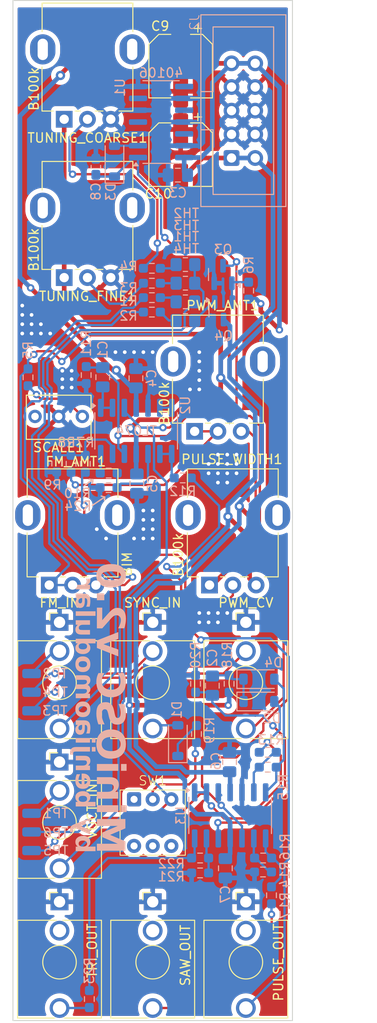
<source format=kicad_pcb>
(kicad_pcb (version 20240108) (generator "pcbnew") (generator_version "8.0")
  (title_block (title "MiniOSC") (rev "v2.0") (company "benjiaomodular"))
  (layers (0 "F.Cu" signal) (31 "B.Cu" signal) (34 "B.Paste" user) (35 "F.Paste" user) (36 "B.SilkS" user "B.Silkscreen") (37 "F.SilkS" user "F.Silkscreen") (38 "B.Mask" user) (39 "F.Mask" user) (44 "Edge.Cuts" user))
  (net 0 "")
  (net 1 "Net-(U2A--)")
  (net 2 "Net-(D2-K)")
  (net 3 "GND")
  (net 4 "+12V")
  (net 5 "-12V")
  (net 6 "Net-(D3-K)")
  (net 7 "Net-(D2-A)")
  (net 8 "Net-(D3-A)")
  (net 9 "Net-(D4-A)")
  (net 10 "Net-(D1-A)")
  (net 11 "Net-(FM_AMT1-Pad3)")
  (net 12 "Net-(J9-PadT)")
  (net 13 "Net-(J9-PadTN)")
  (net 14 "Net-(D1-K)")
  (net 15 "Net-(J11-PadTN)")
  (net 16 "Net-(J11-PadT)")
  (net 17 "Net-(J12-PadT)")
  (net 19 "Net-(J13-PadT)")
  (net 22 "Net-(J14-PadT)")
  (net 23 "Net-(PULSE_WIDTH1-Pad2)")
  (net 24 "Net-(PWM_AMT1-Pad1)")
  (net 25 "Net-(R1-Pad1)")
  (net 26 "Net-(R2-Pad1)")
  (net 27 "Net-(R3-Pad2)")
  (net 28 "Net-(R3-Pad1)")
  (net 29 "Net-(R4-Pad2)")
  (net 30 "Net-(R4-Pad1)")
  (net 31 "Net-(R5-Pad1)")
  (net 32 "Net-(U2C--)")
  (net 33 "Net-(U2D-+)")
  (net 34 "Net-(R10-Pad2)")
  (net 35 "Net-(U2D--)")
  (net 36 "Net-(U3B--)")
  (net 37 "Net-(R16-Pad2)")
  (net 38 "Net-(U3D--)")
  (net 39 "Net-(R22-Pad2)")
  (net 45 "Net-(U3D-+)")
  (net 46 "Net-(Q3-B)")
  (net 47 "Net-(Q4-B)")
  (net 48 "Net-(J1-PadTN)")
  (net 49 "Net-(J10-PadT)")
  (net 50 "Net-(SW1A-B)")
  (net 55 "Net-(J10-PadTN)")
  (net 56 "Net-(U2C-+)")
  (net 57 "Net-(U3C--)")
  (net 58 "Net-(U2B--)")
  (footprint "benjiaomodular:Potentiometer_RV09" (layer "F.Cu") (at 180.5 62 90)
    (property "Reference" "TUNING_COARSE1")
    (property "Value" "B100k")
  )
  (footprint "benjiaomodular:Button_KFC7x7" (layer "F.Cu") (at 190 137.5)
    (property "Reference" "SW1")
    (property "Value" "SW_DPDT_x2")
  )
  (footprint "benjiaomodular:AudioJack_3.5mm" (layer "F.Cu") (at 200 146)
    (property "Reference" "J14" (hide yes))
    (property "Value" "PULSE_OUT")
  )
  (footprint "Capacitor_SMD:CP_Elec_6.3x4.5" (layer "F.Cu") (at 193 65.8 -90)
    (property "Reference" "C10")
    (property "Value" "22uF")
  )
  (footprint "benjiaomodular:AudioJack_3.5mm" (layer "F.Cu") (at 180 146)
    (property "Reference" "J12" (hide yes))
    (property "Value" "TRI_OUT")
  )
  (footprint "benjiaomodular:Potentiometer_RV09" (layer "F.Cu") (at 178.9 112 90)
    (property "Reference" "FM_AMT1")
    (property "Value" "BIM")
  )
  (footprint "benjiaomodular:AudioJack_3.5mm" (layer "F.Cu") (at 200 116)
    (property "Reference" "J11" (hide yes))
    (property "Value" "PWM_CV")
  )
  (footprint "benjiaomodular:AudioJack_3.5mm" (layer "F.Cu") (at 180 131)
    (property "Reference" "J9" (hide yes))
    (property "Value" "VOCT_IN")
  )
  (footprint "benjiaomodular:Potentiometer_RV09" (layer "F.Cu") (at 196.1 112 90)
    (property "Reference" "PULSE_WIDTH1")
    (property "Value" "B100k")
  )
  (footprint "benjiaomodular:AudioJack_3.5mm" (layer "F.Cu") (at 190 116)
    (property "Reference" "J1" (hide yes))
    (property "Value" "SYNC_IN")
  )
  (footprint "benjiaomodular:Potentiometer_RV09" (layer "F.Cu") (at 180.5 79 90)
    (property "Reference" "TUNING_FINE1")
    (property "Value" "B100k")
  )
  (footprint "benjiaomodular:Potentiometer_RV09" (layer "F.Cu") (at 194.5 95.5 90)
    (property "Reference" "PWM_AMT1")
    (property "Value" "B100k")
  )
  (footprint "benjiaomodular:AudioJack_3.5mm" (layer "F.Cu") (at 190 146)
    (property "Reference" "J13" (hide yes))
    (property "Value" "SAW_OUT")
  )
  (footprint "Potentiometer_THT:Potentiometer_Bourns_3266Y_Vertical" (layer "F.Cu") (at 182.45 93.9)
    (property "Reference" "SCALE1")
    (property "Value" "B1k")
  )
  (footprint "Capacitor_SMD:CP_Elec_6.3x4.5" (layer "F.Cu") (at 193 56.3 -90)
    (property "Reference" "C9")
    (property "Value" "22uF")
  )
  (footprint "benjiaomodular:AudioJack_3.5mm" (layer "F.Cu") (at 180 116)
    (property "Reference" "J10" (hide yes))
    (property "Value" "FM_IN")
  )
  (footprint "Diode_SMD:D_SOD-123" (layer "B.Cu") (at 201.4 124.5)
    (property "Reference" "D2")
    (property "Value" "1N4148W")
  )
  (footprint "Diode_SMD:D_SOD-123" (layer "B.Cu") (at 192.7 128.7 90)
    (property "Reference" "D1")
    (property "Value" "1N4148W")
  )
  (footprint "Connector_Wire:SolderWirePad_1x01_SMD_1x2mm" (layer "B.Cu") (at 177 123.5 90)
    (property "Reference" "TP4")
    (property "Value" "TestPoint")
  )
  (footprint "Resistor_SMD:R_0603_1608Metric_Pad0.98x0.95mm_HandSolder" (layer "B.Cu") (at 182.86 89.46 90)
    (property "Reference" "R11")
    (property "Value" "100k")
  )
  (footprint "Resistor_SMD:R_0603_1608Metric_Pad0.98x0.95mm_HandSolder" (layer "B.Cu") (at 198.2 122.6 90)
    (property "Reference" "R18")
    (property "Value" "20k")
  )
  (footprint "Connector_Wire:SolderWirePad_1x01_SMD_1x2mm" (layer "B.Cu") (at 177 125.5 90)
    (property "Reference" "TP3")
    (property "Value" "TestPoint")
  )
  (footprint "Resistor_SMD:R_0805_2012Metric_Pad1.20x1.40mm_HandSolder" (layer "B.Cu") (at 193.5125 77.6 180)
    (property "Reference" "TH2")
    (property "Value" "10K NTC")
  )
  (footprint "Resistor_SMD:R_0603_1608Metric_Pad0.98x0.95mm_HandSolder" (layer "B.Cu") (at 179.7 98.95 -90)
    (property "Reference" "R9")
    (property "Value" "10k")
  )
  (footprint "Package_SO:SOIC-14_3.9x8.7mm_P1.27mm" (layer "B.Cu") (at 198.3125 136.725 -90)
    (property "Reference" "U3")
    (property "Value" "TL074")
  )
  (footprint "Resistor_SMD:R_0603_1608Metric_Pad0.98x0.95mm_HandSolder" (layer "B.Cu") (at 193.2225 100.5)
    (property "Reference" "R12")
    (property "Value" "1k")
  )
  (footprint "Resistor_SMD:R_0603_1608Metric_Pad0.98x0.95mm_HandSolder" (layer "B.Cu") (at 183.2 156.4375 -90)
    (property "Reference" "R23")
    (property "Value" "1k")
  )
  (footprint "Capacitor_SMD:C_0603_1608Metric_Pad1.08x0.95mm_HandSolder" (layer "B.Cu") (at 183.9 67.1 90)
    (property "Reference" "C8")
    (property "Value" "2.2nF")
  )
  (footprint "Resistor_SMD:R_0603_1608Metric_Pad0.98x0.95mm_HandSolder" (layer "B.Cu") (at 185.26 101.54 180)
    (property "Reference" "R24")
    (property "Value" "68k")
  )
  (footprint "Diode_SMD:D_SOD-123" (layer "B.Cu") (at 185.9 66.5 90)
    (property "Reference" "D3")
    (property "Value" "1N4148W")
  )
  (footprint "Capacitor_SMD:C_0805_2012Metric_Pad1.18x1.45mm_HandSolder" (layer "B.Cu") (at 196.4 122.8 -90)
    (property "Reference" "C2")
    (property "Value" "1uF")
  )
  (footprint "Resistor_SMD:R_0603_1608Metric_Pad0.98x0.95mm_HandSolder" (layer "B.Cu") (at 189.9125 82.7 180)
    (property "Reference" "R2")
    (property "Value" "100k")
  )
  (footprint "Connector_Wire:SolderWirePad_1x01_SMD_1x2mm" (layer "B.Cu") (at 177 121.5 90)
    (property "Reference" "TP2")
    (property "Value" "TestPoint")
  )
  (footprint "Resistor_SMD:R_0603_1608Metric_Pad0.98x0.95mm_HandSolder" (layer "B.Cu") (at 194.6 122.6 -90)
    (property "Reference" "R20")
    (property "Value" "200k")
  )
  (footprint "Connector_Wire:SolderWirePad_1x01_SMD_1x2mm" (layer "B.Cu") (at 177 140.5 90)
    (property "Reference" "TP5")
    (property "Value" "TestPoint")
  )
  (footprint "Resistor_SMD:R_0603_1608Metric_Pad0.98x0.95mm_HandSolder" (layer "B.Cu") (at 182.77 98.98 -90)
    (property "Reference" "R7")
    (property "Value" "100k")
  )
  (footprint "Connector_Wire:SolderWirePad_1x01_SMD_1x2mm" (layer "B.Cu") (at 177 138.5 90)
    (property "Reference" "TP6")
    (property "Value" "TestPoint")
  )
  (footprint "Resistor_SMD:R_0603_1608Metric_Pad0.98x0.95mm_HandSolder" (layer "B.Cu") (at 181.24 98.98 -90)
    (property "Reference" "R8")
    (property "Value" "20k")
  )
  (footprint "Resistor_SMD:R_0805_2012Metric_Pad1.20x1.40mm_HandSolder" (layer "B.Cu") (at 193.5125 83.6 180)
    (property "Reference" "TH4")
    (property "Value" "10K NTC")
  )
  (footprint "Capacitor_SMD:C_0805_2012Metric_Pad1.18x1.45mm_HandSolder" (layer "B.Cu") (at 197.8 142.4 90)
    (property "Reference" "C7")
    (property "Value" "100nF")
  )
  (footprint "Resistor_SMD:R_0603_1608Metric_Pad0.98x0.95mm_HandSolder" (layer "B.Cu") (at 189.9125 81.15 180)
    (property "Reference" "R1")
    (property "Value" "100k")
  )
  (footprint "Resistor_SMD:R_0603_1608Metric_Pad0.98x0.95mm_HandSolder" (layer "B.Cu") (at 176.62 89.7025 90)
    (property "Reference" "R5")
    (property "Value" "1K5")
  )
  (footprint "Connector_Wire:SolderWirePad_1x01_SMD_1x2mm" (layer "B.Cu") (at 177 136.5 90)
    (property "Reference" "TP1")
    (property "Value" "TestPoint")
  )
  (footprint "Capacitor_SMD:C_0805_2012Metric_Pad1.18x1.45mm_HandSolder" (layer "B.Cu") (at 188.2 89.8 90)
    (property "Reference" "C4")
    (property "Value" "100nF")
  )
  (footprint "Resistor_SMD:R_0603_1608Metric_Pad0.98x0.95mm_HandSolder" (layer "B.Cu") (at 202.75 145.3 -90)
    (property "Reference" "R17")
    (property "Value" "1k")
  )
  (footprint "Capacitor_SMD:C_0805_2012Metric_Pad1.18x1.45mm_HandSolder" (layer "B.Cu") (at 192.7 68 180)
    (property "Reference" "C3")
    (property "Value" "100nF")
  )
  (footprint "Resistor_SMD:R_0603_1608Metric_Pad0.98x0.95mm_HandSolder" (layer "B.Cu") (at 202.35 129.95 180)
    (property "Reference" "R13")
    (property "Value" "10k")
  )
  (footprint "Package_TO_SOT_SMD:SOT-23" (layer "B.Cu") (at 197.55 78.6625 90)
    (property "Reference" "Q3")
    (property "Value" "BC848")
  )
  (footprint "Resistor_SMD:R_0603_1608Metric_Pad0.98x0.95mm_HandSolder" (layer "B.Cu") (at 202.35 131.55 180)
    (property "Reference" "R15")
    (property "Value" "10k")
  )
  (footprint "Package_SO:SOIC-14_3.9x8.7mm_P1.27mm" (layer "B.Cu") (at 188.2275 95.45 -90)
    (property "Reference" "U2")
    (property "Value" "TL074")
  )
  (footprint "Resistor_SMD:R_0603_1608Metric_Pad0.98x0.95mm_HandSolder" (layer "B.Cu") (at 201.8375 142.8 180)
    (property "Reference" "R14")
    (property "Value" "33k")
  )
  (footprint "Resistor_SMD:R_0603_1608Metric_Pad0.98x0.95mm_HandSolder" (layer "B.Cu") (at 194.7 127.9875 90)
    (property "Reference" "R19")
    (property "Value" "1k")
  )
  (footprint "Resistor_SMD:R_0603_1608Metric_Pad0.98x0.95mm_HandSolder" (layer "B.Cu") (at 185.28 99.98 180)
    (property "Reference" "R10")
    (property "Value" "100k")
  )
  (footprint "Capacitor_SMD:C_0805_2012Metric_Pad1.18x1.45mm_HandSolder" (layer "B.Cu") (at 184.64 89.69 90)
    (property "Reference" "C1")
    (property "Value" "1uF")
  )
  (footprint "benjiaomodular:Header_IDC2x05_NoArrow" (layer "B.Cu") (at 198.46 66.16)
    (property "Reference" "J2")
    (property "Value" "Conn_01x10_Pin")
  )
  (footprint "Resistor_SMD:R_0603_1608Metric_Pad0.98x0.95mm_HandSolder" (layer "B.Cu") (at 195.0875 142.9 180)
    (property "Reference" "R21")
    (property "Value" "10k")
  )
  (footprint "Package_TO_SOT_SMD:SOT-23" (layer "B.Cu") (at 197.6 82.5625 -90)
    (property "Reference" "Q4")
    (property "Value" "BC858")
  )
  (footprint "Resistor_SMD:R_0603_1608Metric_Pad0.98x0.95mm_HandSolder" (layer "B.Cu") (at 189.9125 79.6 180)
    (property "Reference" "R3")
    (property "Value" "1M")
  )
  (footprint "Package_SO:SOIC-14_3.9x8.7mm_P1.27mm" (layer "B.Cu") (at 190.9 62.3)
    (property "Reference" "U1")
    (property "Value" "40106")
  )
  (footprint "Resistor_SMD:R_0603_1608Metric_Pad0.98x0.95mm_HandSolder" (layer "B.Cu") (at 201.85 141.3)
    (property "Reference" "R16")
    (property "Value" "100k")
  )
  (footprint "Resistor_SMD:R_0603_1608Metric_Pad0.98x0.95mm_HandSolder" (layer "B.Cu") (at 195.0875 141.3 180)
    (property "Reference" "R22")
    (property "Value" "100k")
  )
  (footprint "Resistor_SMD:R_0603_1608Metric_Pad0.98x0.95mm_HandSolder" (layer "B.Cu") (at 189.9125 78 180)
    (property "Reference" "R4")
    (property "Value" "100k")
  )
  (footprint "Capacitor_SMD:C_0805_2012Metric_Pad1.18x1.45mm_HandSolder" (layer "B.Cu") (at 188.3 101.11 90)
    (property "Reference" "C5")
    (property "Value" "100nF")
  )
  (footprint "Resistor_SMD:R_0603_1608Metric_Pad0.98x0.95mm_HandSolder" (layer "B.Cu") (at 200.3 80.4 -90)
    (property "Reference" "R6")
    (property "Value" "1M")
  )
  (footprint "Capacitor_SMD:C_0805_2012Metric_Pad1.18x1.45mm_HandSolder" (layer "B.Cu") (at 198.25 131 90)
    (property "Reference" "C6")
    (property "Value" "100nF")
  )
  (footprint "Resistor_SMD:R_0805_2012Metric_Pad1.20x1.40mm_HandSolder" (layer "B.Cu") (at 193.5125 81.6 180)
    (property "Reference" "TH1")
    (property "Value" "10K NTC")
  )
  (footprint "Diode_SMD:D_SOD-123" (layer "B.Cu") (at 201.4 122.1)
    (property "Reference" "D4")
    (property "Value" "1N4148W")
  )
  (footprint "Resistor_SMD:R_0805_2012Metric_Pad1.20x1.40mm_HandSolder" (layer "B.Cu") (at 193.5125 79.6 180)
    (property "Reference" "TH3")
    (property "Value" "10K NTC")
  )
  (gr_line (start 183.575 100.675) (end 183.175 100.65) (stroke (width 0.15)) (layer "B.SilkS"))
  (gr_line (start 184.825 102.875) (end 184.85 102.55) (stroke (width 0.15)) (layer "B.SilkS"))
  (gr_line (start 183.55 101.025) (end 183.575 100.675) (stroke (width 0.15)) (layer "B.SilkS"))
  (gr_line (start 184.85 102.55) (end 184.825 102.875) (stroke (width 0.15)) (layer "B.SilkS"))
  (gr_line (start 183.575 100.675) (end 182.675 101.325) (stroke (width 0.15)) (layer "B.SilkS"))
  (gr_line (start 184.85 102.55) (end 183.525 103.45) (stroke (width 0.15)) (layer "B.SilkS"))
  (gr_line (start 183.575 100.675) (end 183.55 101.025) (stroke (width 0.15)) (layer "B.SilkS"))
  (gr_line (start 184.85 102.55) (end 184.475 102.45) (stroke (width 0.15)) (layer "B.SilkS"))
  (gr_rect (start 175 49.25) (end 205 158.75) (stroke (width 0.1)) (fill none) (layer "Edge.Cuts"))
  (gr_text "by benjiaomodular" (at 181.4 140.8 -90) (layer "B.SilkS") (effects (font (size 2 2) (thickness 0.4) (bold yes)) (justify left bottom mirror)))
  (gr_text "MiniOSC v2.0" (at 183.5 140.9 270) (layer "B.SilkS") (effects (font (size 3 3) (thickness 0.6) (bold yes)) (justify left bottom mirror)))
  (segment (start 184.64 92.7525) (end 184.4175 92.975) (width 0.25) (layer "B.Cu") (net 1))
  (segment (start 184.64 90.7275) (end 184.64 92.7525) (width 0.25) (layer "B.Cu") (net 1))
  (segment (start 184.4175 92.975) (end 185.6875 92.975) (width 0.25) (layer "B.Cu") (net 1))
  (segment (start 198.6125 122.1) (end 198.2 121.6875) (width 0.25) (layer "B.Cu") (net 2))
  (segment (start 199.75 122.1) (end 198.6125 122.1) (width 0.25) (layer "B.Cu") (net 2))
  (segment (start 196.475 121.6875) (end 196.4 121.7625) (width 0.25) (layer "B.Cu") (net 2))
  (segment (start 199.75 122.1) (end 199.75 124.5) (width 0.25) (layer "B.Cu") (net 2))
  (segment (start 198.2 121.6875) (end 196.475 121.6875) (width 0.25) (layer "B.Cu") (net 2))
  (via (at 196 115) (size 0.8) (drill 0.4) (layers "F.Cu" "B.Cu") (net 3))
  (via (at 181.3 90.8) (size 0.8) (drill 0.4) (layers "F.Cu" "B.Cu") (net 3))
  (via (at 199 98) (size 0.8) (drill 0.4) (layers "F.Cu" "B.Cu") (net 3))
  (via (at 179 85) (size 0.8) (drill 0.4) (layers "F.Cu" "B.Cu") (net 3))
  (via (at 177 83) (size 0.8) (drill 0.4) (layers "F.Cu" "B.Cu") (net 3))
  (via (at 198 115) (size 0.8) (drill 0.4) (layers "F.Cu" "B.Cu") (net 3))
  (via (at 186 87) (size 0.8) (drill 0.4) (layers "F.Cu" "B.Cu") (net 3))
  (via (at 195 116) (size 0.8) (drill 0.4) (layers "F.Cu" "B.Cu") (net 3))
  (via (at 180.3 89.9) (size 0.8) (drill 0.4) (layers "F.Cu" "B.Cu") (net 3))
  (via (at 194 91) (size 0.8) (drill 0.4) (layers "F.Cu" "B.Cu") (net 3))
  (via (at 181.3 89.9) (size 0.8) (drill 0.4) (layers "F.Cu" "B.Cu") (net 3))
  (via (at 188 107) (size 0.8) (drill 0.4) (layers "F.Cu" "B.Cu") (net 3))
  (via (at 190 87) (size 0.8) (drill 0.4) (layers "F.Cu" "B.Cu") (net 3))
  (via (at 177 84) (size 0.8) (drill 0.4) (layers "F.Cu" "B.Cu") (net 3))
  (via (at 176 84) (size 0.8) (drill 0.4) (layers "F.Cu" "B.Cu") (net 3))
  (via (at 189 105) (size 0.8) (drill 0.4) (layers "F.Cu" "B.Cu") (net 3))
  (via (at 184 106) (size 0.8) (drill 0.4) (layers "F.Cu" "B.Cu") (net 3))
  (via (at 190 104) (size 0.8) (drill 0.4) (layers "F.Cu" "B.Cu") (net 3))
  (via (at 178 84) (size 0.8) (drill 0.4) (layers "F.Cu" "B.Cu") (net 3))
  (via (at 195 115) (size 0.8) (drill 0.4) (layers "F.Cu" "B.Cu") (net 3))
  (via (at 195 87) (size 0.8) (drill 0.4) (layers "F.Cu" "B.Cu") (net 3))
  (via (at 197 101) (size 0.8) (drill 0.4) (layers "F.Cu" "B.Cu") (net 3))
  (via (at 176 82) (size 0.8) (drill 0.4) (layers "F.Cu" "B.Cu") (net 3))
  (via (at 195 89) (size 0.8) (drill 0.4) (layers "F.Cu" "B.Cu") (net 3))
  (via (at 176 83) (size 0.8) (drill 0.4) (layers "F.Cu" "B.Cu") (net 3))
  (via (at 195 91) (size 0.8) (drill 0.4) (layers "F.Cu" "B.Cu") (net 3))
  (via (at 197 115) (size 0.8) (drill 0.4) (layers "F.Cu" "B.Cu") (net 3))
  (via (at 197 100) (size 0.8) (drill 0.4) (layers "F.Cu" "B.Cu") (net 3))
  (via (at 176 85) (size 0.8) (drill 0.4) (layers "F.Cu" "B.Cu") (net 3))
  (via (at 187 87) (size 0.8) (drill 0.4) (layers "F.Cu" "B.Cu") (net 3))
  (via (at 188 87) (size 0.8) (drill 0.4) (layers "F.Cu" "B.Cu") (net 3))
  (via (at 198 99) (size 0.8) (drill 0.4) (layers "F.Cu" "B.Cu") (net 3))
  (via (at 180.3 89) (size 0.8) (drill 0.4) (layers "F.Cu" "B.Cu") (net 3))
  (via (at 197 116) (size 0.8) (drill 0.4) (layers "F.Cu" "B.Cu") (net 3))
  (via (at 185 107) (size 0.8) (drill 0.4) (layers "F.Cu" "B.Cu") (net 3))
  (via (at 196 100) (size 0.8) (drill 0.4) (layers "F.Cu" "B.Cu") (net 3))
  (via (at 199 99) (size 0.8) (drill 0.4) (layers "F.Cu" "B.Cu") (net 3))
  (via (at 190 107) (size 0.8) (drill 0.4) (layers "F.Cu" "B.Cu") (net 3))
  (via (at 180.3 90.8) (size 0.8) (drill 0.4) (layers "F.Cu" "B.Cu") (net 3))
  (via (at 198 101) (size 0.8) (drill 0.4) (layers "F.Cu" "B.Cu") (net 3))
  (via (at 177 85) (size 0.8) (drill 0.4) (layers "F.Cu" "B.Cu") (net 3))
  (via (at 178 85) (size 0.8) (drill 0.4) (layers "F.Cu" "B.Cu") (net 3))
  (via (at 181.3 89) (size 0.8) (drill 0.4) (layers "F.Cu" "B.Cu") (net 3))
  (via (at 189 106) (size 0.8) (drill 0.4) (layers "F.Cu" "B.Cu") (net 3))
  (via (at 197 98) (size 0.8) (drill 0.4) (layers "F.Cu" "B.Cu") (net 3))
  (via (at 189 107) (size 0.8) (drill 0.4) (layers "F.Cu" "B.Cu") (net 3))
  (via (at 196 116) (size 0.8) (drill 0.4) (layers "F.Cu" "B.Cu") (net 3))
  (via (at 195 88) (size 0.8) (drill 0.4) (layers "F.Cu" "B.Cu") (net 3))
  (via (at 189 104) (size 0.8) (drill 0.4) (layers "F.Cu" "B.Cu") (net 3))
  (via (at 190 106) (size 0.8) (drill 0.4) (layers "F.Cu" "B.Cu") (net 3))
  (via (at 197 99) (size 0.8) (drill 0.4) (layers "F.Cu" "B.Cu") (net 3))
  (via (at 198 98) (size 0.8) (drill 0.4) (layers "F.Cu" "B.Cu") (net 3))
  (via (at 196 99) (size 0.8) (drill 0.4) (layers "F.Cu" "B.Cu") (net 3))
  (via (at 198 100) (size 0.8) (drill 0.4) (layers "F.Cu" "B.Cu") (net 3))
  (via (at 189 87) (size 0.8) (drill 0.4) (layers "F.Cu" "B.Cu") (net 3))
  (via (at 199 100) (size 0.8) (drill 0.4) (layers "F.Cu" "B.Cu") (net 3))
  (via (at 190 105) (size 0.8) (drill 0.4) (layers "F.Cu" "B.Cu") (net 3))
  (via (at 195 90) (size 0.8) (drill 0.4) (layers "F.Cu" "B.Cu") (net 3))
  (segment (start 189.4975 92.000001) (end 189.4975 92.975) (width 0.25) (layer "B.Cu") (net 3))
  (segment (start 191.4 52) (end 185.3 52) (width 0.5) (layer "F.Cu") (net 4))
  (segment (start 200.4 104.65) (end 200.4 111.3) (width 0.5) (layer "F.Cu") (net 4))
  (segment (start 185.740775 88.940775) (end 186.095 88.940775) (width 0.5) (layer "F.Cu") (net 4))
  (segment (start 180.1 57.2) (end 180.1 57.3) (width 0.5) (layer "F.Cu") (net 4))
  (segment (start 193 53.6) (end 191.4 52) (width 0.5) (layer "F.Cu") (net 4))
  (segment (start 195.4 56) (end 193 53.6) (width 0.5) (layer "F.Cu") (net 4))
  (segment (start 198.46 56) (end 195.4 56) (width 0.5) (layer "F.Cu") (net 4))
  (segment (start 200.4 111.3) (end 201.1 112) (width 0.5) (layer "F.Cu") (net 4))
  (segment (start 201.6 82.6) (end 203.6 84.6) (width 0.5) (layer "F.Cu") (net 4))
  (segment (start 176.9 80.1) (end 185.740775 88.940775) (width 0.5) (layer "F.Cu") (net 4))
  (segment (start 201.6 81.8) (end 201.6 82.6) (width 0.5) (layer "F.Cu") (net 4))
  (segment (start 199.296752 103.546752) (end 200.4 104.65) (width 0.5) (layer "F.Cu") (net 4))
  (segment (start 185.3 52) (end 180.1 57.2) (width 0.5) (layer "F.Cu") (net 4))
  (via (at 186.095 88.940775) (size 1) (drill 0.5) (layers "F.Cu" "B.Cu") (net 4))
  (via (at 203.6 84.6) (size 0.8) (drill 0.4) (layers "F.Cu" "B.Cu") (net 4))
  (via (at 199.296752 103.546752) (size 1) (drill 0.5) (layers "F.Cu" "B.Cu") (net 4))
  (via (at 201.6 81.8) (size 0.8) (drill 0.4) (layers "F.Cu" "B.Cu") (net 4))
  (via (at 180.1 57.3) (size 1) (drill 0.5) (layers "F.Cu" "B.Cu") (net 4))
  (via (at 176.9 80.1) (size 0.8) (drill 0.4) (layers "F.Cu" "B.Cu") (net 4))
  (segment (start 203.61 58.61) (end 201 56) (width 0.5) (layer "B.Cu") (net 4))
  (segment (start 190.48995 111.8) (end 188.2 114.08995) (width 0.5) (layer "B.Cu") (net 4))
  (segment (start 195.19 66.11) (end 196.4 64.9) (width 0.5) (layer "B.Cu") (net 4))
  (segment (start 198.3125 132.25) (end 198.3125 134.25) (width 0.5) (layer "B.Cu") (net 4))
  (segment (start 201.7 100.78995) (end 201.7 93.16005) (width 0.5) (layer "B.Cu") (net 4))
  (segment (start 188.35 125.252082) (end 188.2 125.402082) (width 0.5) (layer "B.Cu") (net 4))
  (segment (start 199.296752 103.546752) (end 199.296752 105.453248) (width 0.5) (layer "B.Cu") (net 4))
  (segment (start 201.1125 81.3125) (end 201.6 81.8) (width 0.5) (layer "B.Cu") (net 4))
  (segment (start 193.58995 132.1) (end 198.1625 132.1) (width 0.5) (layer "B.Cu") (net 4))
  (segment (start 193.375 67.6375) (end 193.7375 68) (width 0.5) (layer "B.Cu") (net 4))
  (segment (start 188.2 124.397918) (end 188.35 124.547918) (width 0.5) (layer "B.Cu") (net 4))
  (segment (start 190.4 131.5) (end 192.98995 131.5) (width 0.5) (layer "B.Cu") (net 4))
  (segment (start 198.1625 132.1) (end 198.3125 132.25) (width 0.5) (layer "B.Cu") (net 4))
  (segment (start 175.75 78.95) (end 175.75 61.65) (width 0.5) (layer "B.Cu") (net 4))
  (segment (start 188.2275 90.865) (end 188.2275 92.975) (width 0.5) (layer "B.Cu") (net 4))
  (segment (start 192.98995 131.5) (end 193.58995 132.1) (width 0.5) (layer "B.Cu") (net 4))
  (segment (start 203.6 84.6) (end 203.6 82.45) (width 0.5) (layer "B.Cu") (net 4))
  (segment (start 196.4 64.9) (end 196.4 58.06) (width 0.5) (layer "B.Cu") (net 4))
  (segment (start 199.296752 103.546752) (end 199.296752 103.193198) (width 0.5) (layer "B.Cu") (net 4))
  (segment (start 188.2 129.3) (end 190.4 131.5) (width 0.5) (layer "B.Cu") (net 4))
  (segment (start 188.2 125.402082) (end 188.2 129.3) (width 0.5) (layer "B.Cu") (net 4))
  (segment (start 193.375 66.11) (end 193.375 67.6375) (width 0.5) (layer "B.Cu") (net 4))
  (segment (start 199.296752 105.453248) (end 192.95 111.8) (width 0.5) (layer "B.Cu") (net 4))
  (segment (start 201 56) (end 198.46 56) (width 0.5) (layer "B.Cu") (net 4))
  (segment (start 176.9 80.1) (end 175.75 78.95) (width 0.5) (layer "B.Cu") (net 4))
  (segment (start 193.375 66.11) (end 195.19 66.11) (width 0.5) (layer "B.Cu") (net 4))
  (segment (start 203.61 82.44) (end 203.61 58.61) (width 0.5) (layer "B.Cu") (net 4))
  (segment (start 201.7 93.16005) (end 198.25 89.71005) (width 0.5) (layer "B.Cu") (net 4))
  (segment (start 199.296752 103.193198) (end 201.7 100.78995) (width 0.5) (layer "B.Cu") (net 4))
  (segment (start 200.3 81.3125) (end 201.1125 81.3125) (width 0.5) (layer "B.Cu") (net 4))
  (segment (start 188.2 90.8375) (end 187.805622 90.8375) (width 0.5) (layer "B.Cu") (net 4))
  (segment (start 198.25 89.71005) (end 198.25 87.8) (width 0.5) (layer "B.Cu") (net 4))
  (segment (start 192.95 111.8) (end 190.48995 111.8) (width 0.5) (layer "B.Cu") (net 4))
  (segment (start 180.1 57.3) (end 180.13 57.27) (width 0.5) (layer "B.Cu") (net 4))
  (segment (start 196.4 58.06) (end 198.46 56) (width 0.5) (layer "B.Cu") (net 4))
  (segment (start 188.2 114.08995) (end 188.2 124.397918) (width 0.5) (layer "B.Cu") (net 4))
  (segment (start 188.35 124.547918) (end 188.35 125.252082) (width 0.5) (layer "B.Cu") (net 4))
  (segment (start 187.805622 90.8375) (end 186.15 89.181878) (width 0.5) (layer "B.Cu") (net 4))
  (segment (start 188.2 90.8375) (end 188.2275 90.865) (width 0.5) (layer "B.Cu") (net 4))
  (segment (start 203.6 82.45) (end 203.61 82.44) (width 0.5) (layer "B.Cu") (net 4))
  (segment (start 198.25 87.8) (end 203.61 82.44) (width 0.5) (layer "B.Cu") (net 4))
  (segment (start 175.75 61.65) (end 180.1 57.3) (width 0.5) (layer "B.Cu") (net 4))
  (segment (start 193.4475 66.0375) (end 193.375 66.11) (width 0.5) (layer "B.Cu") (net 4))
  (segment (start 198.1 124.9) (end 187.5 124.9) (width 0.5) (layer "F.Cu") (net 5))
  (segment (start 193.275432 92.825) (end 196.375 92.825) (width 0.5) (layer "F.Cu") (net 5))
  (segment (start 181.383179 83.381097) (end 181.381097 83.381097) (width 0.5) (layer "F.Cu") (net 5))
  (segment (start 183.07 85.07) (end 181.881097 83.881097) (width 0.5) (layer "F.Cu") (net 5))
  (segment (start 196.4 112) (end 196.1 112) (width 0.5) (layer "F.Cu") (net 5))
  (segment (start 198.079523 104.65) (end 199.7 106.270477) (width 0.5) (layer "F.Cu") (net 5))
  (segment (start 181.881097 83.881097) (end 181.881097 83.879015) (width 0.5) (layer "F.Cu") (net 5))
  (segment (start 195.34 66.16) (end 193 68.5) (width 0.5) (layer "F.Cu") (net 5))
  (segment (start 198.46 66.16) (end 195.34 66.16) (width 0.5) (layer "F.Cu") (net 5))
  (segment (start 187.617432 95.182568) (end 188.55 94.25) (width 0.5) (layer "F.Cu") (net 5))
  (segment (start 181.381097 83.381097) (end 180.5 82.5) (width 0.5) (layer "F.Cu") (net 5))
  (segment (start 199.7 108.7) (end 196.4 112) (width 0.5) (layer "F.Cu") (net 5))
  (segment (start 197.3 91.9) (end 197.3 89.75) (width 0.5) (layer "F.Cu") (net 5))
  (segment (start 199.7 106.270477) (end 199.7 108.7) (width 0.5) (layer "F.Cu") (net 5))
  (segment (start 196.27 85.07) (end 183.07 85.07) (width 0.5) (layer "F.Cu") (net 5))
  (segment (start 180.5 82.5) (end 180.5 79) (width 0.5) (layer "F.Cu") (net 5))
  (segment (start 191.850432 94.25) (end 193.275432 92.825) (width 0.5) (layer "F.Cu") (net 5))
  (segment (start 197.3 89.75) (end 197.3 86.1) (width 0.5) (layer "F.Cu") (net 5))
  (segment (start 181.881097 83.879015) (end 181.383179 83.381097) (width 0.5) (layer "F.Cu") (net 5))
  (segment (start 197.3 86.1) (end 196.27 85.07) (width 0.5) (layer "F.Cu") (net 5))
  (segment (start 196.375 92.825) (end 197.3 91.9) (width 0.5) (layer "F.Cu") (net 5))
  (segment (start 188.55 94.25) (end 191.850432 94.25) (width 0.5) (layer "F.Cu") (net 5))
  (segment (start 180.5 79) (end 180.5 62) (width 0.5) (layer "F.Cu") (net 5))
  (via (at 187.5 124.9) (size 0.8) (drill 0.4) (layers "F.Cu" "B.Cu") (net 5))
  (via (at 187.617432 95.182568) (size 1) (drill 0.5) (layers "F.Cu" "B.Cu") (net 5))
  (via (at 198.1 124.9) (size 0.8) (drill 0.4) (layers "F.Cu" "B.Cu") (net 5))
  (via (at 198.079523 104.65) (size 1) (drill 0.5) (layers "F.Cu" "B.Cu") (net 5))
  (via (at 197.3 89.75) (size 1) (drill 0.5) (layers "F.Cu" "B.Cu") (net 5))
  (segment (start 202.91 82.15005) (end 202.91 68.07) (width 0.5) (layer "B.Cu") (net 5))
  (segment (start 198.079523 103.420477) (end 198.079523 104.65) (width 0.5) (layer "B.Cu") (net 5))
  (segment (start 190.1 132.2) (end 187.5 129.6) (width 0.5) (layer "B.Cu") (net 5))
  (segment (start 198.3125 139.2) (end 198.3125 137.416921) (width 0.5) (layer "B.Cu") (net 5))
  (segment (start 193.45 135.3) (end 193.45 132.95) (width 0.5) (layer "B.Cu") (net 5))
  (segment (start 192.7 132.2) (end 190.1 132.2) (width 0.5) (layer "B.Cu") (net 5))
  (segment (start 190.2 111.1) (end 192.65 111.1) (width 0.5) (layer "B.Cu") (net 5))
  (segment (start 194.75 136.6) (end 193.45 135.3) (width 0.5) (layer "B.Cu") (net 5))
  (segment (start 198.46 66.16) (end 201 66.16) (width 0.5) (layer "B.Cu") (net 5))
  (segment (start 198.079523 105.670477) (end 198.079523 104.65) (width 0.5) (layer "B.Cu") (net 5))
  (segment (start 188.2275 97.925) (end 188.2275 100) (width 0.5) (layer "B.Cu") (net 5))
  (segment (start 201 93.45) (end 201 100.5) (width 0.5) (layer "B.Cu") (net 5))
  (segment (start 201 100.5) (end 198.079523 103.420477) (width 0.5) (layer "B.Cu") (net 5))
  (segment (start 197.495579 136.6) (end 194.75 136.6) (width 0.5) (layer "B.Cu") (net 5))
  (segment (start 198.3125 139.2) (end 198.3125 140.85) (width 0.5) (layer "B.Cu") (net 5))
  (segment (start 197.3 89.75) (end 201 93.45) (width 0.5) (layer "B.Cu") (net 5))
  (segment (start 187.617432 95.182568) (end 188.2275 95.792636) (width 0.5) (layer "B.Cu") (net 5))
  (segment (start 192.65 111.1) (end 198.079523 105.670477) (width 0.5) (layer "B.Cu") (net 5))
  (segment (start 193.45 132.95) (end 192.7 132.2) (width 0.5) (layer "B.Cu") (net 5))
  (segment (start 187.5 124.9) (end 187.5 113.8) (width 0.5) (layer "B.Cu") (net 5))
  (segment (start 198.3 84.2) (end 197.6 83.5) (width 0.5) (layer "B.Cu") (net 5))
  (segment (start 188.2275 100) (end 188.3 100.0725) (width 0.5) (layer "B.Cu") (net 5))
  (segment (start 197.3 89.75) (end 197.3 87.76005) (width 0.5) (layer "B.Cu") (net 5))
  (segment (start 197.3 87.5) (end 198.3 86.5) (width 0.5) (layer "B.Cu") (net 5))
  (segment (start 198.2 123.5125) (end 198.2 124.8) (width 0.5) (layer "B.Cu") (net 5))
  (segment (start 187.5 129.6) (end 187.5 124.9) (width 0.5) (layer "B.Cu") (net 5))
  (segment (start 198.2 124.8) (end 198.1 124.9) (width 0.5) (layer "B.Cu") (net 5))
  (segment (start 197.3 87.76005) (end 197.3 87.5) (width 0.5) (layer "B.Cu") (net 5))
  (segment (start 198.3125 137.416921) (end 197.495579 136.6) (width 0.5) (layer "B.Cu") (net 5))
  (segment (start 187.5 113.8) (end 190.2 111.1) (width 0.5) (layer "B.Cu") (net 5))
  (segment (start 188.2275 95.792636) (end 188.2275 97.925) (width 0.5) (layer "B.Cu") (net 5))
  (segment (start 197.3 87.76005) (end 202.91 82.15005) (width 0.5) (layer "B.Cu") (net 5))
  (segment (start 198.3 86.5) (end 198.3 84.2) (width 0.5) (layer "B.Cu") (net 5))
  (segment (start 198.3125 140.85) (end 197.8 141.3625) (width 0.5) (layer "B.Cu") (net 5))
  (segment (start 202.91 68.07) (end 201 66.16) (width 0.5) (layer "B.Cu") (net 5))
  (segment (start 183.5 137) (end 190 137) (width 0.25) (layer "F.Cu") (net 6))
  (segment (start 183 137.5) (end 183.5 137) (width 0.25) (layer "F.Cu") (net 6))
  (segment (start 190 137) (end 192 135) (width 0.25) (layer "F.Cu") (net 6))
  (segment (start 193.513604 93.4) (end 191.813604 95.1) (width 0.25) (layer "F.Cu") (net 6))
  (segment (start 199 77.3) (end 199 92.8) (width 0.25) (layer "F.Cu") (net 6))
  (segment (start 199 77.3) (end 197.7 76) (width 0.25) (layer "F.Cu") (net 6))
  (segment (start 191.813604 95.1) (end 191.1 95.1) (width 0.25) (layer "F.Cu") (net 6))
  (segment (start 199 92.8) (end 198.4 93.4) (width 0.25) (layer "F.Cu") (net 6))
  (segment (start 198.4 93.4) (end 193.513604 93.4) (width 0.25) (layer "F.Cu") (net 6))
  (segment (start 192.6 76) (end 191.3 74.7) (width 0.25) (layer "F.Cu") (net 6))
  (segment (start 197.7 76) (end 192.6 76) (width 0.25) (layer "F.Cu") (net 6))
  (via (at 191.1 95.1) (size 0.8) (drill 0.4) (layers "F.Cu" "B.Cu") (net 6))
  (via (at 191.3 74.7) (size 0.8) (drill 0.4) (layers "F.Cu" "B.Cu") (net 6))
  (via (at 183 137.5) (size 0.8) (drill 0.4) (layers "F.Cu" "B.Cu") (net 6))
  (via (at 199 77.3) (size 0.8) (drill 0.4) (layers "F.Cu" "B.Cu") (net 6))
  (segment (start 197.55 77.725) (end 198.575 77.725) (width 0.25) (layer "B.Cu") (net 6))
  (segment (start 186.775 129.775) (end 192 135) (width 0.25) (layer "B.Cu") (net 6))
  (segment (start 177 138.5) (end 182 138.5) (width 0.25) (layer "B.Cu") (net 6))
  (segment (start 189.7 95.1) (end 189.699204 95.099204) (width 0.25) (layer "B.Cu") (net 6))
  (segment (start 189.699204 95.099204) (end 188.700796 95.099204) (width 0.25) (layer "B.Cu") (net 6))
  (segment (start 186.775 124.599695) (end 186.775 129.775) (width 0.25) (layer "B.Cu") (net 6))
  (segment (start 189.961828 110.525) (end 186.925 113.561828) (width 0.25) (layer "B.Cu") (net 6))
  (segment (start 188.425 66.11) (end 188.425 67.925) (width 0.25) (layer "B.Cu") (net 6))
  (segment (start 191.5 109) (end 189.975 110.525) (width 0.25) (layer "B.Cu") (net 6))
  (segment (start 184.0875 68.15) (end 183.9 67.9625) (width 0.25) (layer "B.Cu") (net 6))
  (segment (start 190.1425 95.8925) (end 190.1425 99.622076) (width 0.25) (layer "B.Cu") (net 6))
  (segment (start 186.925 113.561828) (end 186.925 124.449695) (width 0.25) (layer "B.Cu") (net 6))
  (segment (start 188.425 67.925) (end 190.9 70.4) (width 0.25) (layer "B.Cu") (net 6))
  (segment (start 191.5 100.979576) (end 191.5 109) (width 0.25) (layer "B.Cu") (net 6))
  (segment (start 190.1425 99.622076) (end 191.5 100.979576) (width 0.25) (layer "B.Cu") (net 6))
  (segment (start 190.9 70.4) (end 190.9 74.3) (width 0.25) (layer "B.Cu") (net 6))
  (segment (start 186.9575 92.975) (end 186.9575 93.355908) (width 0.25) (layer "B.Cu") (net 6))
  (segment (start 187.94 66.11) (end 185.9 68.15) (width 0.25) (layer "B.Cu") (net 6))
  (segment (start 186.9575 93.355908) (end 188.700796 95.099204) (width 0.25) (layer "B.Cu") (net 6))
  (segment (start 191.1 95.1) (end 189.7 95.1) (width 0.25) (layer "B.Cu") (net 6))
  (segment (start 185.9 68.15) (end 184.0875 68.15) (width 0.25) (layer "B.Cu") (net 6))
  (segment (start 186.925 124.449695) (end 186.775 124.599695) (width 0.25) (layer "B.Cu") (net 6))
  (segment (start 188.700796 95.099204) (end 189.349204 95.099204) (width 0.25) (layer "B.Cu") (net 6))
  (segment (start 197.5 77.675) (end 197.55 77.725) (width 0.25) (layer "B.Cu") (net 6))
  (segment (start 189.975 110.525) (end 189.961828 110.525) (width 0.25) (layer "B.Cu") (net 6))
  (segment (start 188.425 66.11) (end 187.94 66.11) (width 0.25) (layer "B.Cu") (net 6))
  (segment (start 182 138.5) (end 183 137.5) (width 0.25) (layer "B.Cu") (net 6))
  (segment (start 189.349204 95.099204) (end 190.1425 95.8925) (width 0.25) (layer "B.Cu") (net 6))
  (segment (start 190.9 74.3) (end 191.3 74.7) (width 0.25) (layer "B.Cu") (net 6))
  (segment (start 198.575 77.725) (end 199 77.3) (width 0.25) (layer "B.Cu") (net 6))
  (segment (start 203.75 130.3) (end 202.3 128.85) (width 0.25) (layer "F.Cu") (net 7))
  (segment (start 200.15 137.05) (end 203.75 133.45) (width 0.25) (layer "F.Cu") (net 7))
  (segment (start 197.65 137.05) (end 200.15 137.05) (width 0.25) (layer "F.Cu") (net 7))
  (segment (start 196.3 135.7) (end 197.65 137.05) (width 0.25) (layer "F.Cu") (net 7))
  (segment (start 203.75 133.45) (end 203.75 130.3) (width 0.25) (layer "F.Cu") (net 7))
  (via (at 202.3 128.85) (size 0.8) (drill 0.4) (layers "F.Cu" "B.Cu") (net 7))
  (via (at 196.3 135.7) (size 0.8) (drill 0.4) (layers "F.Cu" "B.Cu") (net 7))
  (segment (start 203.05 124.5) (end 203.625 125.075) (width 0.25) (layer "B.Cu") (net 7))
  (segment (start 203.625 127.525) (end 202.3 128.85) (width 0.25) (layer "B.Cu") (net 7))
  (segment (start 202.3 128.85) (end 202.3 129.0875) (width 0.25) (layer "B.Cu") (net 7))
  (segment (start 196.3 135.7) (end 195.7725 135.1725) (width 0.25) (layer "B.Cu") (net 7))
  (segment (start 203.625 125.075) (end 203.625 127.525) (width 0.25) (layer "B.Cu") (net 7))
  (segment (start 202.3 129.0875) (end 201.4375 129.95) (width 0.25) (layer "B.Cu") (net 7))
  (segment (start 195.7725 135.1725) (end 195.7725 134.25) (width 0.25) (layer "B.Cu") (net 7))
  (segment (start 195.7725 134.25) (end 194.5025 134.25) (width 0.25) (layer "B.Cu") (net 7))
  (segment (start 188.425 64.84) (end 185.91 64.84) (width 0.25) (layer "B.Cu") (net 8))
  (segment (start 185.91 64.84) (end 185.9 64.85) (width 0.25) (layer "B.Cu") (net 8))
  (segment (start 203.2625 131.55) (end 204.075 130.7375) (width 0.25) (layer "B.Cu") (net 9))
  (segment (start 203.2625 131.55) (end 203.2625 133.11) (width 0.25) (layer "B.Cu") (net 9))
  (segment (start 204.075 130.7375) (end 204.075 123.125) (width 0.25) (layer "B.Cu") (net 9))
  (segment (start 203.2625 133.11) (end 202.1225 134.25) (width 0.25) (layer "B.Cu") (net 9))
  (segment (start 204.075 123.125) (end 203.05 122.1) (width 0.25) (layer "B.Cu") (net 9))
  (segment (start 190 127.4) (end 190.35 127.05) (width 0.25) (layer "B.Cu") (net 10))
  (segment (start 190.35 127.05) (end 192.7 127.05) (width 0.25) (layer "B.Cu") (net 10))
  (segment (start 186.974999 112) (end 183.9 112) (width 0.25) (layer "F.Cu") (net 11))
  (segment (start 187.8375 111.137499) (end 186.974999 112) (width 0.25) (layer "F.Cu") (net 11))
  (via (at 187.8375 111.137499) (size 0.8) (drill 0.4) (layers "F.Cu" "B.Cu") (net 11))
  (segment (start 180.25 103.040812) (end 180.25 106.863604) (width 0.25) (layer "B.Cu") (net 11))
  (segment (start 179.15 90.876903) (end 179.15 92.223097) (width 0.25) (layer "B.Cu") (net 11))
  (segment (start 184.780204 109.875) (end 186.042703 111.137499) (width 0.25) (layer "B.Cu") (net 11))
  (segment (start 183.261396 109.875) (end 184.780204 109.875) (width 0.25) (layer "B.Cu") (net 11))
  (segment (start 179.15 92.223097) (end 178.865 92.508097) (width 0.25) (layer "B.Cu") (net 11))
  (segment (start 182.261396 84.625) (end 178.7 88.186396) (width 0.25) (layer "B.Cu") (net 11))
  (segment (start 194.5125 81.6) (end 193.4375 82.675) (width 0.25) (layer "B.Cu") (net 11))
  (segment (start 193.1076 84.625) (end 182.261396 84.625) (width 0.25) (layer "B.Cu") (net 11))
  (segment (start 193.4375 84.2951) (end 193.1076 84.625) (width 0.25) (layer "B.Cu") (net 11))
  (segment (start 178.7 88.186396) (end 178.7 90.426903) (width 0.25) (layer "B.Cu") (net 11))
  (segment (start 177.75 95.936396) (end 177.75 100.540812) (width 0.25) (layer "B.Cu") (net 11))
  (segment (start 193.4375 82.675) (end 193.4375 84.2951) (width 0.25) (layer "B.Cu") (net 11))
  (segment (start 186.042703 111.137499) (end 187.8375 111.137499) (width 0.25) (layer "B.Cu") (net 11))
  (segment (start 180.25 106.863604) (end 183.261396 109.875) (width 0.25) (layer "B.Cu") (net 11))
  (segment (start 177.75 100.540812) (end 180.25 103.040812) (width 0.25) (layer "B.Cu") (net 11))
  (segment (start 178.865 92.508097) (end 178.865 94.821396) (width 0.25) (layer "B.Cu") (net 11))
  (segment (start 178.865 94.821396) (end 177.75 95.936396) (width 0.25) (layer "B.Cu") (net 11))
  (segment (start 178.7 90.426903) (end 179.15 90.876903) (width 0.25) (layer "B.Cu") (net 11))
  (segment (start 178.415 92.321701) (end 178.415 94.635) (width 0.25) (layer "B.Cu") (net 12))
  (segment (start 184.593808 110.325) (end 186.475 112.206192) (width 0.25) (layer "B.Cu") (net 12))
  (segment (start 185.6 84.1) (end 182.15 84.1) (width 0.25) (layer "B.Cu") (net 12))
  (segment (start 179.8 107.05) (end 183.075 110.325) (width 0.25) (layer "B.Cu") (net 12))
  (segment (start 178.7 91.063299) (end 178.7 92.036701) (width 0.25) (layer "B.Cu") (net 12))
  (segment (start 182.15 84.1) (end 178.25 88) (width 0.25) (layer "B.Cu") (net 12))
  (segment (start 187 82.7) (end 185.6 84.1) (width 0.25) (layer "B.Cu") (net 12))
  (segment (start 177.05 100.477208) (end 179.8 103.227208) (width 0.25) (layer "B.Cu") (net 12))
  (segment (start 179.8 103.227208) (end 179.8 107.05) (width 0.25) (layer "B.Cu") (net 12))
  (segment (start 177.05 96) (end 177.05 100.477208) (width 0.25) (layer "B.Cu") (net 12))
  (segment (start 183.075 110.325) (end 184.593808 110.325) (width 0.25) (layer "B.Cu") (net 12))
  (segment (start 178.25 88) (end 178.25 90.613299) (width 0.25) (layer "B.Cu") (net 12))
  (segment (start 186.325 136.075) (end 180 142.4) (width 0.25) (layer "B.Cu") (net 12))
  (segment (start 186.475 112.206192) (end 186.475 124.263299) (width 0.25) (layer "B.Cu") (net 12))
  (segment (start 178.415 94.635) (end 177.05 96) (width 0.25) (layer "B.Cu") (net 12))
  (segment (start 178.7 92.036701) (end 178.415 92.321701) (width 0.25) (layer "B.Cu") (net 12))
  (segment (start 186.475 124.263299) (end 186.325 124.413299) (width 0.25) (layer "B.Cu") (net 12))
  (segment (start 186.325 124.413299) (end 186.325 136.075) (width 0.25) (layer "B.Cu") (net 12))
  (segment (start 189 82.7) (end 187 82.7) (width 0.25) (layer "B.Cu") (net 12))
  (segment (start 178.25 90.613299) (end 178.7 91.063299) (width 0.25) (layer "B.Cu") (net 12))
  (segment (start 177.6 136.5) (end 177 136.5) (width 0.25) (layer "B.Cu") (net 13))
  (segment (start 180 134.1) (end 177.6 136.5) (width 0.25) (layer "B.Cu") (net 13))
  (segment (start 192.7 129.075) (end 192.7 130.35) (width 0.25) (layer "B.Cu") (net 14))
  (segment (start 194.7 127.075) (end 192.7 129.075) (width 0.25) (layer "B.Cu") (net 14))
  (segment (start 191.85 120.85) (end 192.5 121.5) (width 0.25) (layer "F.Cu") (net 15))
  (segment (start 179.5 123.5) (end 179.5 123) (width 0.25) (layer "F.Cu") (net 15))
  (segment (start 179.5 123) (end 180.55 121.95) (width 0.25) (layer "F.Cu") (net 15))
  (segment (start 197.6 121.5) (end 200 119.1) (width 0.25) (layer "F.Cu") (net 15))
  (segment (start 187.786396 121.95) (end 188.886396 120.85) (width 0.25) (layer "F.Cu") (net 15))
  (segment (start 200 119.1) (end 200.1 119) (width 0.25) (layer "F.Cu") (net 15))
  (segment (start 188.886396 120.85) (end 191.85 120.85) (width 0.25) (layer "F.Cu") (net 15))
  (segment (start 192.5 121.5) (end 197.6 121.5) (width 0.25) (layer "F.Cu") (net 15))
  (segment (start 180.55 121.95) (end 187.786396 121.95) (width 0.25) (layer "F.Cu") (net 15))
  (via (at 179.5 123.5) (size 0.8) (drill 0.4) (layers "F.Cu" "B.Cu") (net 15))
  (segment (start 179 123.5) (end 179.5 123.5) (width 0.25) (layer "B.Cu") (net 15))
  (segment (start 177 125.5) (end 179 123.5) (width 0.25) (layer "B.Cu") (net 15))
  (segment (start 201.05 107.276396) (end 204.05 110.276396) (width 0.25) (layer "F.Cu") (net 16))
  (segment (start 199.5 95.5) (end 200.3 95.5) (width 0.25) (layer "F.Cu") (net 16))
  (segment (start 200.71915 127.4) (end 200 127.4) (width 0.25) (layer "F.Cu") (net 16))
  (segment (start 204.05 124.06915) (end 200.71915 127.4) (width 0.25) (layer "F.Cu") (net 16))
  (segment (start 204.05 110.276396) (end 204.05 124.06915) (width 0.25) (layer "F.Cu") (net 16))
  (segment (start 200.3 95.5) (end 201.05 96.25) (width 0.25) (layer "F.Cu") (net 16))
  (segment (start 201.05 96.25) (end 201.05 107.276396) (width 0.25) (layer "F.Cu") (net 16))
  (segment (start 180 157.4) (end 183.15 157.4) (width 0.25) (layer "B.Cu") (net 17))
  (segment (start 183.15 157.4) (end 183.2 157.35) (width 0.25) (layer "B.Cu") (net 17))
  (segment (start 202.77 150.33) (end 195.7 157.4) (width 0.25) (layer "F.Cu") (net 19))
  (segment (start 202.75 147.35) (end 202.77 147.37) (width 0.25) (layer "F.Cu") (net 19))
  (segment (start 195.7 157.4) (end 190 157.4) (width 0.25) (layer "F.Cu") (net 19))
  (segment (start 202.77 147.37) (end 202.77 150.33) (width 0.25) (layer "F.Cu") (net 19))
  (via (at 202.75 147.35) (size 0.8) (drill 0.4) (layers "F.Cu" "B.Cu") (net 19))
  (segment (start 202.75 147.35) (end 202.75 147.4) (width 0.25) (layer "B.Cu") (net 19))
  (segment (start 202.75 146.2125) (end 202.75 147.35) (width 0.25) (layer "B.Cu") (net 19))
  (segment (start 193.05 112.486396) (end 194.1 113.536396) (width 0.25) (layer "F.Cu") (net 22))
  (segment (start 194.1 116.82) (end 195.17 117.89) (width 0.25) (layer "F.Cu") (net 22))
  (segment (start 193.05 111.55) (end 193.05 112.486396) (width 0.25) (layer "F.Cu") (net 22))
  (segment (start 191.512653 110.012653) (end 193.05 111.55) (width 0.25) (layer "F.Cu") (net 22))
  (segment (start 194.1 113.536396) (end 194.1 116.82) (width 0.25) (layer "F.Cu") (net 22))
  (segment (start 195.18 117.89) (end 195.18 117.9) (width 0.25) (layer "F.Cu") (net 22))
  (segment (start 195.17 117.89) (end 195.18 117.89) (width 0.25) (layer "F.Cu") (net 22))
  (via (at 191.512653 110.012653) (size 0.8) (drill 0.4) (layers "F.Cu" "B.Cu") (net 22))
  (via (at 195.18 117.89) (size 0.8) (drill 0.4) (layers "F.Cu" "B.Cu") (net 22))
  (segment (start 195.37 117.71) (end 195.18 117.9) (width 0.25) (layer "B.Cu") (net 22))
  (segment (start 204.6 141.39) (end 204.6 119.7) (width 0.25) (layer "B.Cu") (net 22))
  (segment (start 204.15 153.25) (end 204.15 141.84) (width 0.25) (layer "B.Cu") (net 22))
  (segment (start 192.924175 110.012653) (end 197.13 105.806828) (width 0.25) (layer "B.Cu") (net 22))
  (segment (start 197.13 103.495) (end 194.135 100.5) (width 0.25) (layer "B.Cu") (net 22))
  (segment (start 200 157.4) (end 204.15 153.25) (width 0.25) (layer "B.Cu") (net 22))
  (segment (start 197.13 105.806828) (end 197.13 103.495) (width 0.25) (layer "B.Cu") (net 22))
  (segment (start 191.512653 110.012653) (end 192.924175 110.012653) (width 0.25) (layer "B.Cu") (net 22))
  (segment (start 204.6 119.7) (end 202.61 117.71) (width 0.25) (layer "B.Cu") (net 22))
  (segment (start 204.15 141.84) (end 204.6 141.39) (width 0.25) (layer "B.Cu") (net 22))
  (segment (start 202.61 117.71) (end 195.37 117.71) (width 0.25) (layer "B.Cu") (net 22))
  (segment (start 198.6 113.1) (end 198.6 112) (width 0.25) (layer "F.Cu") (net 23))
  (segment (start 193.5 112.3) (end 195 113.8) (width 0.25) (layer "F.Cu") (net 23))
  (segment (start 193.5 109.6) (end 193.5 112.3) (width 0.25) (layer "F.Cu") (net 23))
  (segment (start 192.650951 108.750951) (end 193.5 109.6) (width 0.25) (layer "F.Cu") (net 23))
  (segment (start 182.65 103.45) (end 182.65 105.675305) (width 0.25) (layer "F.Cu") (net 23))
  (segment (start 182.65 105.675305) (end 185.725646 108.750951) (width 0.25) (layer "F.Cu") (net 23))
  (segment (start 195 113.8) (end 197.9 113.8) (width 0.25) (layer "F.Cu") (net 23))
  (segment (start 185.725646 108.750951) (end 192.650951 108.750951) (width 0.25) (layer "F.Cu") (net 23))
  (segment (start 197.9 113.8) (end 198.6 113.1) (width 0.25) (layer "F.Cu") (net 23))
  (via (at 182.65 103.45) (size 0.8) (drill 0.4) (layers "F.Cu" "B.Cu") (net 23))
  (segment (start 182.425 103.225) (end 182.425 100.2375) (width 0.25) (layer "B.Cu") (net 23))
  (segment (start 182.65 103.45) (end 182.425 103.225) (width 0.25) (layer "B.Cu") (net 23))
  (segment (start 182.425 100.2375) (end 182.77 99.8925) (width 0.25) (layer "B.Cu") (net 23))
  (segment (start 191.25 101.25) (end 197 95.5) (width 0.25) (layer "F.Cu") (net 24))
  (segment (start 194.5 95.5) (end 197 95.5) (width 0.25) (layer "F.Cu") (net 24))
  (segment (start 181.7 101.25) (end 191.25 101.25) (width 0.25) (layer "F.Cu") (net 24))
  (via (at 181.7 101.25) (size 0.8) (drill 0.4) (layers "F.Cu" "B.Cu") (net 24))
  (segment (start 181.7 101.25) (end 181.7 101.22) (width 0.25) (layer "B.Cu") (net 24))
  (segment (start 181.24 100.76) (end 181.24 99.8925) (width 0.25) (layer "B.Cu") (net 24))
  (segment (start 181.7 101.22) (end 181.24 100.76) (width 0.25) (layer "B.Cu") (net 24))
  (segment (start 190.825 81.15) (end 192.0625 81.15) (width 0.25) (layer "B.Cu") (net 25))
  (segment (start 192.0625 81.15) (end 192.5125 81.6) (width 0.25) (layer "B.Cu") (net 25))
  (segment (start 192.5125 83.6) (end 191.725 83.6) (width 0.25) (layer "B.Cu") (net 26))
  (segment (start 191.725 83.6) (end 190.825 82.7) (width 0.25) (layer "B.Cu") (net 26))
  (segment (start 189 79.7) (end 186.9 81.8) (width 0.25) (layer "B.Cu") (net 27))
  (segment (start 189 79.6) (end 189 79.7) (width 0.25) (layer "B.Cu") (net 27))
  (segment (start 186.9 81.8) (end 185.4 81.8) (width 0.25) (layer "B.Cu") (net 27))
  (segment (start 183 79.4) (end 183 79) (width 0.25) (layer "B.Cu") (net 27))
  (segment (start 185.4 81.8) (end 183 79.4) (width 0.25) (layer "B.Cu") (net 27))
  (segment (start 192.5125 79.6) (end 190.825 79.6) (width 0.25) (layer "B.Cu") (net 28))
  (segment (start 181.4 67.9) (end 187.8 67.9) (width 0.25) (layer "F.Cu") (net 29))
  (segment (start 190.5 70.6) (end 190.5 75.3) (width 0.25) (layer "F.Cu") (net 29))
  (segment (start 187.8 67.9) (end 190.5 70.6) (width 0.25) (layer "F.Cu") (net 29))
  (via (at 190.5 75.3) (size 0.8) (drill 0.4) (layers "F.Cu" "B.Cu") (net 29))
  (via (at 181.4 67.9) (size 0.8) (drill 0.4) (layers "F.Cu" "B.Cu") (net 29))
  (segment (start 181.075 67.575) (end 181.4 67.9) (width 0.25) (layer "B.Cu") (net 29))
  (segment (start 181.075 63.925) (end 181.075 67.575) (width 0.25) (layer "B.Cu") (net 29))
  (segment (start 190.5 76.5) (end 189 78) (width 0.25) (layer "B.Cu") (net 29))
  (segment (start 183 62) (end 181.075 63.925) (width 0.25) (layer "B.Cu") (net 29))
  (segment (start 190.5 75.3) (end 190.5 76.5) (width 0.25) (layer "B.Cu") (net 29))
  (segment (start 192.1125 78) (end 192.5125 77.6) (width 0.25) (layer "B.Cu") (net 30))
  (segment (start 190.825 78) (end 192.1125 78) (width 0.25) (layer "B.Cu") (net 30))
  (segment (start 177.975 92) (end 180.55 92) (width 0.25) (layer "F.Cu") (net 31))
  (segment (start 180.55 92) (end 182.45 93.9) (width 0.25) (layer "F.Cu") (net 31))
  (segment (start 177.525 91.55) (end 177.975 92) (width 0.25) (layer "F.Cu") (net 31))
  (via (at 177.525 91.55) (size 0.8) (drill 0.4) (layers "F.Cu" "B.Cu") (net 31))
  (segment (start 176.62 90.645) (end 176.62 90.615) (width 0.25) (layer "B.Cu") (net 31))
  (segment (start 176.62 90.615) (end 176.35 90.885) (width 0.25) (layer "B.Cu") (net 31))
  (segment (start 177.525 91.55) (end 176.62 90.645) (width 0.25) (layer "B.Cu") (net 31))
  (segment (start 192.0375 97.925) (end 190.7675 97.925) (width 0.25) (layer "B.Cu") (net 32))
  (segment (start 192.03 100.22) (end 192.31 100.5) (width 0.25) (layer "B.Cu") (net 32))
  (segment (start 192.0375 100.2275) (end 192.31 100.5) (width 0.25) (layer "B.Cu") (net 32))
  (segment (start 192.0375 97.925) (end 192.0375 100.2275) (width 0.25) (layer "B.Cu") (net 32))
  (segment (start 192 137.5) (end 195.104375 134.395625) (width 0.25) (layer "F.Cu") (net 33))
  (segment (start 201.5 107.09) (end 201.5 94.9) (width 0.25) (layer "F.Cu") (net 33))
  (segment (start 200.45 93.85) (end 193.7 93.85) (width 0.25) (layer "F.Cu") (net 33))
  (segment (start 195.325 131.100305) (end 195.325 130.499695) (width 0.25) (layer "F.Cu") (net 33))
  (segment (start 186.337568 96.007568) (end 186.28 95.95) (width 0.25) (layer "F.Cu") (net 33))
  (segment (start 184.025305 137.5) (end 192 137.5) (width 0.25) (layer "F.Cu") (net 33))
  (segment (start 183.300305 138.225) (end 184.025305 137.5) (width 0.25) (layer "F.Cu") (net 33))
  (segment (start 195.3 133.59125) (end 195.3 131.125305) (width 0.25) (layer "F.Cu") (net 33))
  (segment (start 182.474695 138) (end 182.699695 138.225) (width 0.25) (layer "F.Cu") (net 33))
  (segment (start 196.104375 134.395625) (end 195.3 133.59125) (width 0.25) (layer "F.Cu") (net 33))
  (segment (start 195.104375 134.395625) (end 196.104375 134.395625) (width 0.25) (layer "F.Cu") (net 33))
  (segment (start 191.542432 96.007568) (end 186.337568 96.007568) (width 0.25) (layer "F.Cu") (net 33))
  (segment (start 195.3 131.125305) (end 195.325 131.100305) (width 0.25) (layer "F.Cu") (net 33))
  (segment (start 193.7 93.85) (end 191.542432 96.007568) (width 0.25) (layer "F.Cu") (net 33))
  (segment (start 197.354375 135.645625) (end 196.104375 134.395625) (width 0.25) (layer "F.Cu") (net 33))
  (segment (start 195.325 130.499695) (end 199.000305 130.499695) (width 0.25) (layer "F.Cu") (net 33))
  (segment (start 204.5 110.09) (end 201.5 107.09) (width 0.25) (layer "F.Cu") (net 33))
  (segment (start 199.000305 130.499695) (end 201.875 127.625) (width 0.25) (layer "F.Cu") (net 33))
  (segment (start 179.5 139.5) (end 181 138) (width 0.25) (layer "F.Cu") (net 33))
  (segment (start 201.5 94.9) (end 200.45 93.85) (width 0.25) (layer "F.Cu") (net 33))
  (segment (start 181 138) (end 182.474695 138) (width 0.25) (layer "F.Cu") (net 33))
  (segment (start 201.875 126.880546) (end 204.5 124.255546) (width 0.25) (layer "F.Cu") (net 33))
  (segment (start 182.699695 138.225) (end 183.300305 138.225) (width 0.25) (layer "F.Cu") (net 33))
  (segment (start 201.875 127.625) (end 201.875 126.880546) (width 0.25) (layer "F.Cu") (net 33))
  (segment (start 204.5 124.255546) (end 204.5 110.09) (width 0.25) (layer "F.Cu") (net 33))
  (via (at 186.28 95.95) (size 0.8) (drill 0.4) (layers "F.Cu" "B.Cu") (net 33))
  (via (at 179.5 139.5) (size 0.8) (drill 0.4) (layers "F.Cu" "B.Cu") (net 33))
  (via (at 197.354375 135.645625) (size 0.8) (drill 0.4) (layers "F.Cu" "B.Cu") (net 33))
  (segment (start 182.965 88.6525) (end 182.86 88.5475) (width 0.25) (layer "B.Cu") (net 33))
  (segment (start 197.0425 134.25) (end 197.0425 135.333749) (width 0.25) (layer "B.Cu") (net 33))
  (segment (start 178.5 140.5) (end 179.5 139.5) (width 0.25) (layer "B.Cu") (net 33))
  (segment (start 197.0425 135.333749) (end 199.5825 137.873749) (width 0.25) (layer "B.Cu") (net 33))
  (segment (start 186.3125 95.9825) (end 186.28 95.95) (width 0.25) (layer "B.Cu") (net 33))
  (segment (start 197.354375 134.561875) (end 197.0425 134.25) (width 0.25) (layer "B.Cu") (net 33))
  (segment (start 186.3125 90.325) (end 184.64 88.6525) (width 0.25) (layer "B.Cu") (net 33))
  (segment (start 186.3125 95.9175) (end 186.3125 90.325) (width 0.25) (layer "B.Cu") (net 33))
  (segment (start 199.5825 137.873749) (end 199.5825 139.2) (width 0.25) (layer "B.Cu") (net 33))
  (segment (start 186.28 95.95) (end 186.3125 95.9175) (width 0.25) (layer "B.Cu") (net 33))
  (segment (start 186.3125 97.28) (end 186.3125 95.9825) (width 0.25) (layer "B.Cu") (net 33))
  (segment (start 186.9575 97.925) (end 186.3125 97.28) (width 0.25) (layer "B.Cu") (net 33))
  (segment (start 184.64 88.6525) (end 182.965 88.6525) (width 0.25) (layer "B.Cu") (net 33))
  (segment (start 177 140.5) (end 178.5 140.5) (width 0.25) (layer "B.Cu") (net 33))
  (segment (start 184.4175 97.925) (end 184.4175 99.93) (width 0.25) (layer "B.Cu") (net 34))
  (segment (start 184.4175 99.93) (end 184.3675 99.98) (width 0.25) (layer "B.Cu") (net 34))
  (segment (start 182.77 96.63) (end 183.01 96.39) (width 0.25) (layer "B.Cu") (net 35))
  (segment (start 181.235 98.0625) (end 179.6 98.0625) (width 0.25) (layer "B.Cu") (net 35))
  (segment (start 184.97 96.39) (end 185.6875 97.1075) (width 0.25) (layer "B.Cu") (net 35))
  (segment (start 181.24 98.0675) (end 182.77 98.0675) (width 0.25) (layer "B.Cu") (net 35))
  (segment (start 181.24 98.0675) (end 181.235 98.0625) (width 0.25) (layer "B.Cu") (net 35))
  (segment (start 182.77 98.0675) (end 182.77 96.63) (width 0.25) (layer "B.Cu") (net 35))
  (segment (start 183.01 96.39) (end 184.97 96.39) (width 0.25) (layer "B.Cu") (net 35))
  (segment (start 185.6875 97.1075) (end 185.6875 97.925) (width 0.25) (layer "B.Cu") (net 35))
  (segment (start 200.8525 132.135) (end 203.0375 129.95) (width 0.25) (layer "B.Cu") (net 36))
  (segment (start 203.0375 129.95) (end 203.2625 129.95) (width 0.25) (layer "B.Cu") (net 36))
  (segment (start 200.8525 134.25) (end 200.8525 132.135) (width 0.25) (layer "B.Cu") (net 36))
  (segment (start 203.7 142.0875) (end 203.7 143.4375) (width 0.25) (layer "B.Cu") (net 37))
  (segment (start 202.1225 140.6475) (end 202.625 141.15) (width 0.25) (layer "B.Cu") (net 37))
  (segment (start 202.1225 139.125) (end 202.1225 140.6475) (width 0.25) (layer "B.Cu") (net 37))
  (segment (start 203.7 143.4375) (end 202.75 144.3875) (width 0.25) (layer "B.Cu") (net 37))
  (segment (start 202.7625 141.15) (end 203.7 142.0875) (width 0.25) (layer "B.Cu") (net 37))
  (segment (start 196 141.15) (end 196 142.7) (width 0.25) (layer "B.Cu") (net 38))
  (segment (start 195.7725 139.125) (end 195.7725 141.0725) (width 0.25) (layer "B.Cu") (net 38))
  (segment (start 195.7725 141.0725) (end 196 141.3) (width 0.25) (layer "B.Cu") (net 38))
  (segment (start 185.2 141.3) (end 183.2 143.3) (width 0.25) (layer "B.Cu") (net 39))
  (segment (start 183.2 143.3) (end 183.2 155.525) (width 0.25) (layer "B.Cu") (net 39))
  (segment (start 194.175 141.3) (end 185.2 141.3) (width 0.25) (layer "B.Cu") (net 39))
  (segment (start 194.5 140.975) (end 194.175 141.3) (width 0.25) (layer "B.Cu") (net 39))
  (segment (start 194.5 139.2025) (end 194.5 140.975) (width 0.25) (layer "B.Cu") (net 39))
  (segment (start 194.5025 139.2) (end 194.5 139.2025) (width 0.25) (layer "B.Cu") (net 39))
  (segment (start 204.2 133.636396) (end 200.336396 137.5) (width 0.25) (layer "F.Cu") (net 45))
  (segment (start 200.336396 137.5) (end 197 137.5) (width 0.25) (layer "F.Cu") (net 45))
  (segment (start 204.2 128.4) (end 204.2 133.636396) (width 0.25) (layer "F.Cu") (net 45))
  (segment (start 202.9 127.1) (end 204.2 128.4) (width 0.25) (layer "F.Cu") (net 45))
  (via (at 202.9 127.1) (size 0.8) (drill 0.4) (layers "F.Cu" "B.Cu") (net 45))
  (via (at 197 137.5) (size 0.8) (drill 0.4) (layers "F.Cu" "B.Cu") (net 45))
  (segment (start 201.8 126) (end 197.8 126) (width 0.25) (layer "B.Cu") (net 45))
  (segment (start 197 139.1575) (end 197.0425 139.2) (width 0.25) (layer "B.Cu") (net 45))
  (segment (start 197 137.5) (end 197 139.1575) (width 0.25) (layer "B.Cu") (net 45))
  (segment (start 197.8 126) (end 196.4 124.6) (width 0.25) (layer "B.Cu") (net 45))
  (segment (start 202.9 127.1) (end 201.8 126) (width 0.25) (layer "B.Cu") (net 45))
  (segment (start 196.075 123.5125) (end 196.4 123.8375) (width 0.25) (layer "B.Cu") (net 45))
  (segment (start 196.4 124.6) (end 196.4 123.8375) (width 0.25) (layer "B.Cu") (net 45))
  (segment (start 194.6 123.5125) (end 196.075 123.5125) (width 0.25) (layer "B.Cu") (net 45))
  (segment (start 198.5 81.575) (end 198.55 81.625) (width 0.25) (layer "B.Cu") (net 46))
  (segment (start 200.3 79.4875) (end 198.6125 79.4875) (width 0.25) (layer "B.Cu") (net 46))
  (segment (start 198.6125 79.4875) (end 198.5 79.6) (width 0.25) (layer "B.Cu") (net 46))
  (segment (start 198.5 79.6) (end 198.5 81.575) (width 0.25) (layer "B.Cu") (net 46))
  (segment (start 179.146062 86.9) (end 177.6 86.9) (width 0.25) (layer "F.Cu") (net 47))
  (segment (start 177.6 86.9) (end 177.25 87.25) (width 0.25) (layer "F.Cu") (net 47))
  (segment (start 180.247441 88.001379) (end 179.146062 86.9) (width 0.25) (layer "F.Cu") (net 47))
  (via (at 180.247441 88.001379) (size 0.8) (drill 0.4) (layers "F.Cu" "B.Cu") (net 47))
  (via (at 177.25 87.25) (size 0.8) (drill 0.4) (layers "F.Cu" "B.Cu") (net 47))
  (segment (start 178.9 103.6) (end 178.9 107.55) (width 0.25) (layer "B.Cu") (net 47))
  (segment (start 194.5125 84.3) (end 194.5125 83.6) (width 0.25) (layer "B.Cu") (net 47))
  (segment (start 178.9 112) (end 181.4 112) (width 0.25) (layer "B.Cu") (net 47))
  (segment (start 181 109.65) (end 181 109.9) (width 0.25) (layer "B.Cu") (net 47))
  (segment (start 175.82 89.59) (end 175.82 91.104576) (width 0.25) (layer "B.Cu") (net 47))
  (segment (start 180.247441 88.001379) (end 180.298621 88.001379) (width 0.25) (layer "B.Cu") (net 47))
  (segment (start 195.4375 82.675) (end 194.5125 83.6) (width 0.25) (layer "B.Cu") (net 47))
  (segment (start 193.7375 85.075) (end 194.5125 84.3) (width 0.25) (layer "B.Cu") (net 47))
  (segment (start 181 109.9) (end 178.9 112) (width 0.25) (layer "B.Cu") (net 47))
  (segment (start 176.62 88.79) (end 175.82 89.59) (width 0.25) (layer "B.Cu") (net 47))
  (segment (start 194.5125 77.6) (end 194.5125 79.6) (width 0.25) (layer "B.Cu") (net 47))
  (segment (start 196.475 81.625) (end 196.65 81.625) (width 0.25) (layer "B.Cu") (net 47))
  (segment (start 183.225 85.075) (end 193.7375 85.075) (width 0.25) (layer "B.Cu") (net 47))
  (segment (start 177.25 87.25) (end 176.62 87.88) (width 0.25) (layer "B.Cu") (net 47))
  (segment (start 195.4375 82.675) (end 195.4375 82.6625) (width 0.25) (layer "B.Cu") (net 47))
  (segment (start 175.82 91.104576) (end 175.85 91.134576) (width 0.25) (layer "B.Cu") (net 47))
  (segment (start 178.9 107.55) (end 181 109.65) (width 0.25) (layer "B.Cu") (net 47))
  (segment (start 180.298621 88.001379) (end 183.225 85.075) (width 0.25) (layer "B.Cu") (net 47))
  (segment (start 175.85 100.55) (end 178.9 103.6) (width 0.25) (layer "B.Cu") (net 47))
  (segment (start 175.85 91.134576) (end 175.85 100.55) (width 0.25) (layer "B.Cu") (net 47))
  (segment (start 195.4375 82.6625) (end 196.475 81.625) (width 0.25) (layer "B.Cu") (net 47))
  (segment (start 176.62 87.88) (end 176.62 88.79) (width 0.25) (layer "B.Cu") (net 47))
  (segment (start 194.5125 79.6) (end 195.4375 80.525) (width 0.25) (layer "B.Cu") (net 47))
  (segment (start 195.4375 80.525) (end 195.4375 82.675) (width 0.25) (layer "B.Cu") (net 47))
  (segment (start 179.5 121.5) (end 187.6 121.5) (width 0.25) (layer "F.Cu") (net 48))
  (segment (start 187.6 121.5) (end 190 119.1) (width 0.25) (layer "F.Cu") (net 48))
  (via (at 179.5 121.5) (size 0.8) (drill 0.4) (layers "F.Cu" "B.Cu") (net 48))
  (segment (start 179 121.5) (end 179.5 121.5) (width 0.25) (layer "B.Cu") (net 48))
  (segment (start 177 123.5) (end 179 121.5) (width 0.25) (layer "B.Cu") (net 48))
  (segment (start 178.25 91.850305) (end 177.825305 92.275) (width 0.25) (layer "B.Cu") (net 49))
  (segment (start 185.413604 83.65) (end 181.85 83.65) (width 0.25) (layer "B.Cu") (net 49))
  (segment (start 177.8 90.799695) (end 178.25 91.249695) (width 0.25) (layer "B.Cu") (net 49))
  (segment (start 186.025 112.392588) (end 186.025 121.375) (width 0.25) (layer "B.Cu") (net 49))
  (segment (start 179.35 103.413604) (end 179.35 107.25) (width 0.25) (layer "B.Cu") (net 49))
  (segment (start 177.975 87.525) (end 177.975 87.550305) (width 0.25) (layer "B.Cu") (net 49))
  (segment (start 177.975 87.550305) (end 177.8 87.725305) (width 0.25) (layer "B.Cu") (net 49))
  (segment (start 182.875 110.775) (end 184.407412 110.775) (width 0.25) (layer "B.Cu") (net 49))
  (segment (start 186.025 121.375) (end 180 127.4) (width 0.25) (layer "B.Cu") (net 49))
  (segment (start 186.813604 82.25) (end 185.413604 83.65) (width 0.25) (layer "B.Cu") (net 49))
  (segment (start 176.3 100.363604) (end 179.35 103.413604) (width 0.25) (layer "B.Cu") (net 49))
  (segment (start 176.3 93) (end 176.3 100.363604) (width 0.25) (layer "B.Cu") (net 49))
  (segment (start 178.25 91.249695) (end 178.25 91.850305) (width 0.25) (layer "B.Cu") (net 49))
  (segment (start 187.9 82.25) (end 186.813604 82.25) (width 0.25) (layer "B.Cu") (net 49))
  (segment (start 184.407412 110.775) (end 186.025 112.392588) (width 0.25) (layer "B.Cu") (net 49))
  (segment (start 189 81.15) (end 187.9 82.25) (width 0.25) (layer "B.Cu") (net 49))
  (segment (start 177.025 92.275) (end 176.3 93) (width 0.25) (layer "B.Cu") (net 49))
  (segment (start 177.825305 92.275) (end 177.025 92.275) (width 0.25) (layer "B.Cu") (net 49))
  (segment (start 179.35 107.25) (end 182.875 110.775) (width 0.25) (layer "B.Cu") (net 49))
  (segment (start 177.8 87.725305) (end 177.8 90.799695) (width 0.25) (layer "B.Cu") (net 49))
  (segment (start 181.85 83.65) (end 177.975 87.525) (width 0.25) (layer "B.Cu") (net 49))
  (segment (start 190.7 133.4) (end 190 134.1) (width 0.25) (layer "F.Cu") (net 50))
  (segment (start 194.575 130.1) (end 194.575 132.725) (width 0.25) (layer "F.Cu") (net 50))
  (segment (start 190 134.1) (end 190 135) (width 0.25) (layer "F.Cu") (net 50))
  (segment (start 193.9 133.4) (end 190.7 133.4) (width 0.25) (layer "F.Cu") (net 50))
  (segment (start 194.575 132.725) (end 193.9 133.4) (width 0.25) (layer "F.Cu") (net 50))
  (via (at 194.575 130.1) (size 0.8) (drill 0.4) (layers "F.Cu" "B.Cu") (net 50))
  (segment (start 194.575 129.025) (end 194.7 128.9) (width 0.25) (layer "B.Cu") (net 50))
  (segment (start 194.575 130.1) (end 194.575 129.025) (width 0.25) (layer "B.Cu") (net 50))
  (segment (start 179.4 119.1) (end 180 119.1) (width 0.25) (layer "B.Cu") (net 55))
  (segment (start 177 121.5) (end 179.4 119.1) (width 0.25) (layer "B.Cu") (net 55))
  (segment (start 189.4975 97.925) (end 189.4975 100.7125) (width 0.25) (layer "B.Cu") (net 56))
  (segment (start 186.1925 99.98) (end 186.1925 101.52) (width 0.25) (layer "B.Cu") (net 56))
  (segment (start 189.4975 100.7125) (end 189.09 101.12) (width 0.25) (layer "B.Cu") (net 56))
  (segment (start 189.09 101.12) (end 186.5925 101.12) (width 0.25) (layer "B.Cu") (net 56))
  (segment (start 186.1925 101.52) (end 186.1725 101.54) (width 0.25) (layer "B.Cu") (net 56))
  (segment (start 186.5925 101.12) (end 186.1725 101.54) (width 0.25) (layer "B.Cu") (net 56))
  (segment (start 186.1925 99.98) (end 186.2125 100) (width 0.25) (layer "B.Cu") (net 56))
  (segment (start 200.85 141.1) (end 202.45 142.7) (width 0.25) (layer "B.Cu") (net 57))
  (segment (start 200.8525 139.125) (end 200.8525 140.6475) (width 0.25) (layer "B.Cu") (net 57))
  (segment (start 202.45 142.7) (end 202.75 142.7) (width 0.25) (layer "B.Cu") (net 57))
  (segment (start 200.85 140.65) (end 200.85 141.1) (width 0.25) (layer "B.Cu") (net 57))
  (segment (start 200.8525 140.6475) (end 200.85 140.65) (width 0.25) (layer "B.Cu") (net 57))
  (segment (start 192.0375 92.975) (end 190.7675 92.975) (width 0.25) (layer "B.Cu") (net 58))
  (zone (net 3) (net_name "GND") (layer "F.Cu") (connect_pads (clearance 0.508)) (min_thickness 0.25) (fill yes (thermal_gap 0.5) (thermal_bridge_width 0.5))
    (polygon (pts (xy 204.5 50) (xy 175.5 50) (xy 175.5 158.5) (xy 204.5 158.5)))
  )
  (zone (net 3) (net_name "GND") (layer "B.Cu") (priority 1) (connect_pads (clearance 0.508)) (min_thickness 0.25) (fill yes (thermal_gap 0.5) (thermal_bridge_width 0.5))
    (polygon (pts (xy 204.5 158.5) (xy 204.5 50) (xy 175.5 50) (xy 175.5 158.5)))
  )
)
</source>
